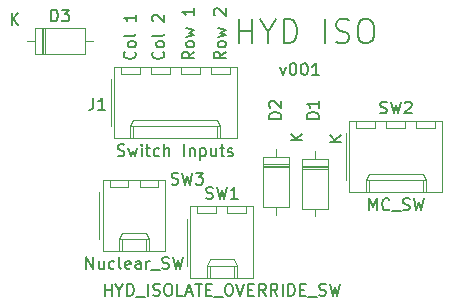
<source format=gbr>
G04 #@! TF.GenerationSoftware,KiCad,Pcbnew,(5.1.5-0-10_14)*
G04 #@! TF.CreationDate,2021-03-15T05:52:54+10:00*
G04 #@! TF.ProjectId,OH - Left Console - 12 - Mission Computer and Hydraulic Isolate Panel,4f48202d-204c-4656-9674-20436f6e736f,rev?*
G04 #@! TF.SameCoordinates,Original*
G04 #@! TF.FileFunction,Legend,Top*
G04 #@! TF.FilePolarity,Positive*
%FSLAX46Y46*%
G04 Gerber Fmt 4.6, Leading zero omitted, Abs format (unit mm)*
G04 Created by KiCad (PCBNEW (5.1.5-0-10_14)) date 2021-03-15 05:52:54*
%MOMM*%
%LPD*%
G04 APERTURE LIST*
%ADD10C,0.150000*%
%ADD11C,0.120000*%
G04 APERTURE END LIST*
D10*
X149209333Y-87415714D02*
X149447428Y-88082380D01*
X149685523Y-87415714D01*
X150256952Y-87082380D02*
X150352190Y-87082380D01*
X150447428Y-87130000D01*
X150495047Y-87177619D01*
X150542666Y-87272857D01*
X150590285Y-87463333D01*
X150590285Y-87701428D01*
X150542666Y-87891904D01*
X150495047Y-87987142D01*
X150447428Y-88034761D01*
X150352190Y-88082380D01*
X150256952Y-88082380D01*
X150161714Y-88034761D01*
X150114095Y-87987142D01*
X150066476Y-87891904D01*
X150018857Y-87701428D01*
X150018857Y-87463333D01*
X150066476Y-87272857D01*
X150114095Y-87177619D01*
X150161714Y-87130000D01*
X150256952Y-87082380D01*
X151209333Y-87082380D02*
X151304571Y-87082380D01*
X151399809Y-87130000D01*
X151447428Y-87177619D01*
X151495047Y-87272857D01*
X151542666Y-87463333D01*
X151542666Y-87701428D01*
X151495047Y-87891904D01*
X151447428Y-87987142D01*
X151399809Y-88034761D01*
X151304571Y-88082380D01*
X151209333Y-88082380D01*
X151114095Y-88034761D01*
X151066476Y-87987142D01*
X151018857Y-87891904D01*
X150971238Y-87701428D01*
X150971238Y-87463333D01*
X151018857Y-87272857D01*
X151066476Y-87177619D01*
X151114095Y-87130000D01*
X151209333Y-87082380D01*
X152495047Y-88082380D02*
X151923619Y-88082380D01*
X152209333Y-88082380D02*
X152209333Y-87082380D01*
X152114095Y-87225238D01*
X152018857Y-87320476D01*
X151923619Y-87368095D01*
X145717333Y-85359761D02*
X145717333Y-83359761D01*
X145717333Y-84312142D02*
X146860190Y-84312142D01*
X146860190Y-85359761D02*
X146860190Y-83359761D01*
X148193523Y-84407380D02*
X148193523Y-85359761D01*
X147526857Y-83359761D02*
X148193523Y-84407380D01*
X148860190Y-83359761D01*
X149526857Y-85359761D02*
X149526857Y-83359761D01*
X150003047Y-83359761D01*
X150288761Y-83455000D01*
X150479238Y-83645476D01*
X150574476Y-83835952D01*
X150669714Y-84216904D01*
X150669714Y-84502619D01*
X150574476Y-84883571D01*
X150479238Y-85074047D01*
X150288761Y-85264523D01*
X150003047Y-85359761D01*
X149526857Y-85359761D01*
X153050666Y-85359761D02*
X153050666Y-83359761D01*
X153907809Y-85264523D02*
X154193523Y-85359761D01*
X154669714Y-85359761D01*
X154860190Y-85264523D01*
X154955428Y-85169285D01*
X155050666Y-84978809D01*
X155050666Y-84788333D01*
X154955428Y-84597857D01*
X154860190Y-84502619D01*
X154669714Y-84407380D01*
X154288761Y-84312142D01*
X154098285Y-84216904D01*
X154003047Y-84121666D01*
X153907809Y-83931190D01*
X153907809Y-83740714D01*
X154003047Y-83550238D01*
X154098285Y-83455000D01*
X154288761Y-83359761D01*
X154764952Y-83359761D01*
X155050666Y-83455000D01*
X156288761Y-83359761D02*
X156669714Y-83359761D01*
X156860190Y-83455000D01*
X157050666Y-83645476D01*
X157145904Y-84026428D01*
X157145904Y-84693095D01*
X157050666Y-85074047D01*
X156860190Y-85264523D01*
X156669714Y-85359761D01*
X156288761Y-85359761D01*
X156098285Y-85264523D01*
X155907809Y-85074047D01*
X155812571Y-84693095D01*
X155812571Y-84026428D01*
X155907809Y-83645476D01*
X156098285Y-83455000D01*
X156288761Y-83359761D01*
X144597380Y-86105809D02*
X144121190Y-86439142D01*
X144597380Y-86677238D02*
X143597380Y-86677238D01*
X143597380Y-86296285D01*
X143645000Y-86201047D01*
X143692619Y-86153428D01*
X143787857Y-86105809D01*
X143930714Y-86105809D01*
X144025952Y-86153428D01*
X144073571Y-86201047D01*
X144121190Y-86296285D01*
X144121190Y-86677238D01*
X144597380Y-85534380D02*
X144549761Y-85629619D01*
X144502142Y-85677238D01*
X144406904Y-85724857D01*
X144121190Y-85724857D01*
X144025952Y-85677238D01*
X143978333Y-85629619D01*
X143930714Y-85534380D01*
X143930714Y-85391523D01*
X143978333Y-85296285D01*
X144025952Y-85248666D01*
X144121190Y-85201047D01*
X144406904Y-85201047D01*
X144502142Y-85248666D01*
X144549761Y-85296285D01*
X144597380Y-85391523D01*
X144597380Y-85534380D01*
X143930714Y-84867714D02*
X144597380Y-84677238D01*
X144121190Y-84486761D01*
X144597380Y-84296285D01*
X143930714Y-84105809D01*
X143692619Y-83010571D02*
X143645000Y-82962952D01*
X143597380Y-82867714D01*
X143597380Y-82629619D01*
X143645000Y-82534380D01*
X143692619Y-82486761D01*
X143787857Y-82439142D01*
X143883095Y-82439142D01*
X144025952Y-82486761D01*
X144597380Y-83058190D01*
X144597380Y-82439142D01*
X141930380Y-86105809D02*
X141454190Y-86439142D01*
X141930380Y-86677238D02*
X140930380Y-86677238D01*
X140930380Y-86296285D01*
X140978000Y-86201047D01*
X141025619Y-86153428D01*
X141120857Y-86105809D01*
X141263714Y-86105809D01*
X141358952Y-86153428D01*
X141406571Y-86201047D01*
X141454190Y-86296285D01*
X141454190Y-86677238D01*
X141930380Y-85534380D02*
X141882761Y-85629619D01*
X141835142Y-85677238D01*
X141739904Y-85724857D01*
X141454190Y-85724857D01*
X141358952Y-85677238D01*
X141311333Y-85629619D01*
X141263714Y-85534380D01*
X141263714Y-85391523D01*
X141311333Y-85296285D01*
X141358952Y-85248666D01*
X141454190Y-85201047D01*
X141739904Y-85201047D01*
X141835142Y-85248666D01*
X141882761Y-85296285D01*
X141930380Y-85391523D01*
X141930380Y-85534380D01*
X141263714Y-84867714D02*
X141930380Y-84677238D01*
X141454190Y-84486761D01*
X141930380Y-84296285D01*
X141263714Y-84105809D01*
X141930380Y-82439142D02*
X141930380Y-83010571D01*
X141930380Y-82724857D02*
X140930380Y-82724857D01*
X141073238Y-82820095D01*
X141168476Y-82915333D01*
X141216095Y-83010571D01*
X139295142Y-86105809D02*
X139342761Y-86153428D01*
X139390380Y-86296285D01*
X139390380Y-86391524D01*
X139342761Y-86534381D01*
X139247523Y-86629619D01*
X139152285Y-86677238D01*
X138961809Y-86724857D01*
X138818952Y-86724857D01*
X138628476Y-86677238D01*
X138533238Y-86629619D01*
X138438000Y-86534381D01*
X138390380Y-86391524D01*
X138390380Y-86296285D01*
X138438000Y-86153428D01*
X138485619Y-86105809D01*
X139390380Y-85534381D02*
X139342761Y-85629619D01*
X139295142Y-85677238D01*
X139199904Y-85724857D01*
X138914190Y-85724857D01*
X138818952Y-85677238D01*
X138771333Y-85629619D01*
X138723714Y-85534381D01*
X138723714Y-85391524D01*
X138771333Y-85296285D01*
X138818952Y-85248666D01*
X138914190Y-85201047D01*
X139199904Y-85201047D01*
X139295142Y-85248666D01*
X139342761Y-85296285D01*
X139390380Y-85391524D01*
X139390380Y-85534381D01*
X139390380Y-84629619D02*
X139342761Y-84724857D01*
X139247523Y-84772476D01*
X138390380Y-84772476D01*
X138485619Y-83534381D02*
X138438000Y-83486762D01*
X138390380Y-83391524D01*
X138390380Y-83153428D01*
X138438000Y-83058190D01*
X138485619Y-83010571D01*
X138580857Y-82962952D01*
X138676095Y-82962952D01*
X138818952Y-83010571D01*
X139390380Y-83582000D01*
X139390380Y-82962952D01*
X136882142Y-86105809D02*
X136929761Y-86153428D01*
X136977380Y-86296285D01*
X136977380Y-86391524D01*
X136929761Y-86534381D01*
X136834523Y-86629619D01*
X136739285Y-86677238D01*
X136548809Y-86724857D01*
X136405952Y-86724857D01*
X136215476Y-86677238D01*
X136120238Y-86629619D01*
X136025000Y-86534381D01*
X135977380Y-86391524D01*
X135977380Y-86296285D01*
X136025000Y-86153428D01*
X136072619Y-86105809D01*
X136977380Y-85534381D02*
X136929761Y-85629619D01*
X136882142Y-85677238D01*
X136786904Y-85724857D01*
X136501190Y-85724857D01*
X136405952Y-85677238D01*
X136358333Y-85629619D01*
X136310714Y-85534381D01*
X136310714Y-85391524D01*
X136358333Y-85296285D01*
X136405952Y-85248666D01*
X136501190Y-85201047D01*
X136786904Y-85201047D01*
X136882142Y-85248666D01*
X136929761Y-85296285D01*
X136977380Y-85391524D01*
X136977380Y-85534381D01*
X136977380Y-84629619D02*
X136929761Y-84724857D01*
X136834523Y-84772476D01*
X135977380Y-84772476D01*
X136977380Y-82962952D02*
X136977380Y-83534381D01*
X136977380Y-83248666D02*
X135977380Y-83248666D01*
X136120238Y-83343905D01*
X136215476Y-83439143D01*
X136263095Y-83534381D01*
D11*
X138909000Y-97530000D02*
X138909000Y-96930000D01*
X137309000Y-97530000D02*
X138909000Y-97530000D01*
X137309000Y-96930000D02*
X137309000Y-97530000D01*
X136369000Y-97530000D02*
X136369000Y-96930000D01*
X134769000Y-97530000D02*
X136369000Y-97530000D01*
X134769000Y-96930000D02*
X134769000Y-97530000D01*
X137859000Y-102950000D02*
X137859000Y-101950000D01*
X135819000Y-102950000D02*
X135819000Y-101950000D01*
X137859000Y-101420000D02*
X138109000Y-101950000D01*
X135819000Y-101420000D02*
X137859000Y-101420000D01*
X135569000Y-101950000D02*
X135819000Y-101420000D01*
X138109000Y-101950000D02*
X138109000Y-102950000D01*
X135569000Y-101950000D02*
X138109000Y-101950000D01*
X135569000Y-102950000D02*
X135569000Y-101950000D01*
X133899000Y-97960000D02*
X133899000Y-101960000D01*
X139489000Y-96930000D02*
X134189000Y-96930000D01*
X139489000Y-102950000D02*
X139489000Y-96930000D01*
X134189000Y-102950000D02*
X139489000Y-102950000D01*
X134189000Y-96930000D02*
X134189000Y-102950000D01*
X129036000Y-84097000D02*
X129036000Y-86337000D01*
X129276000Y-84097000D02*
X129276000Y-86337000D01*
X129156000Y-84097000D02*
X129156000Y-86337000D01*
X133326000Y-85217000D02*
X132676000Y-85217000D01*
X127786000Y-85217000D02*
X128436000Y-85217000D01*
X132676000Y-84097000D02*
X128436000Y-84097000D01*
X132676000Y-86337000D02*
X132676000Y-84097000D01*
X128436000Y-86337000D02*
X132676000Y-86337000D01*
X128436000Y-84097000D02*
X128436000Y-86337000D01*
X162344000Y-92566000D02*
X162344000Y-91966000D01*
X160744000Y-92566000D02*
X162344000Y-92566000D01*
X160744000Y-91966000D02*
X160744000Y-92566000D01*
X159804000Y-92566000D02*
X159804000Y-91966000D01*
X158204000Y-92566000D02*
X159804000Y-92566000D01*
X158204000Y-91966000D02*
X158204000Y-92566000D01*
X157264000Y-92566000D02*
X157264000Y-91966000D01*
X155664000Y-92566000D02*
X157264000Y-92566000D01*
X155664000Y-91966000D02*
X155664000Y-92566000D01*
X161294000Y-97986000D02*
X161294000Y-96986000D01*
X156714000Y-97986000D02*
X156714000Y-96986000D01*
X161294000Y-96456000D02*
X161544000Y-96986000D01*
X156714000Y-96456000D02*
X161294000Y-96456000D01*
X156464000Y-96986000D02*
X156714000Y-96456000D01*
X161544000Y-96986000D02*
X161544000Y-97986000D01*
X156464000Y-96986000D02*
X161544000Y-96986000D01*
X156464000Y-97986000D02*
X156464000Y-96986000D01*
X154794000Y-92996000D02*
X154794000Y-96996000D01*
X162924000Y-91966000D02*
X155084000Y-91966000D01*
X162924000Y-97986000D02*
X162924000Y-91966000D01*
X155084000Y-97986000D02*
X162924000Y-97986000D01*
X155084000Y-91966000D02*
X155084000Y-97986000D01*
X146342000Y-99805000D02*
X146342000Y-99205000D01*
X144742000Y-99805000D02*
X146342000Y-99805000D01*
X144742000Y-99205000D02*
X144742000Y-99805000D01*
X143802000Y-99805000D02*
X143802000Y-99205000D01*
X142202000Y-99805000D02*
X143802000Y-99805000D01*
X142202000Y-99205000D02*
X142202000Y-99805000D01*
X145292000Y-105225000D02*
X145292000Y-104225000D01*
X143252000Y-105225000D02*
X143252000Y-104225000D01*
X145292000Y-103695000D02*
X145542000Y-104225000D01*
X143252000Y-103695000D02*
X145292000Y-103695000D01*
X143002000Y-104225000D02*
X143252000Y-103695000D01*
X145542000Y-104225000D02*
X145542000Y-105225000D01*
X143002000Y-104225000D02*
X145542000Y-104225000D01*
X143002000Y-105225000D02*
X143002000Y-104225000D01*
X141332000Y-100235000D02*
X141332000Y-104235000D01*
X146922000Y-99205000D02*
X141622000Y-99205000D01*
X146922000Y-105225000D02*
X146922000Y-99205000D01*
X141622000Y-105225000D02*
X146922000Y-105225000D01*
X141622000Y-99205000D02*
X141622000Y-105225000D01*
X144945000Y-87994000D02*
X144945000Y-87394000D01*
X143345000Y-87994000D02*
X144945000Y-87994000D01*
X143345000Y-87394000D02*
X143345000Y-87994000D01*
X142405000Y-87994000D02*
X142405000Y-87394000D01*
X140805000Y-87994000D02*
X142405000Y-87994000D01*
X140805000Y-87394000D02*
X140805000Y-87994000D01*
X139865000Y-87994000D02*
X139865000Y-87394000D01*
X138265000Y-87994000D02*
X139865000Y-87994000D01*
X138265000Y-87394000D02*
X138265000Y-87994000D01*
X137325000Y-87994000D02*
X137325000Y-87394000D01*
X135725000Y-87994000D02*
X137325000Y-87994000D01*
X135725000Y-87394000D02*
X135725000Y-87994000D01*
X143895000Y-93414000D02*
X143895000Y-92414000D01*
X136775000Y-93414000D02*
X136775000Y-92414000D01*
X143895000Y-91884000D02*
X144145000Y-92414000D01*
X136775000Y-91884000D02*
X143895000Y-91884000D01*
X136525000Y-92414000D02*
X136775000Y-91884000D01*
X144145000Y-92414000D02*
X144145000Y-93414000D01*
X136525000Y-92414000D02*
X144145000Y-92414000D01*
X136525000Y-93414000D02*
X136525000Y-92414000D01*
X134855000Y-88424000D02*
X134855000Y-92424000D01*
X145525000Y-87394000D02*
X135145000Y-87394000D01*
X145525000Y-93414000D02*
X145525000Y-87394000D01*
X135145000Y-93414000D02*
X145525000Y-93414000D01*
X135145000Y-87394000D02*
X135145000Y-93414000D01*
X149964000Y-95635000D02*
X147724000Y-95635000D01*
X149964000Y-95875000D02*
X147724000Y-95875000D01*
X149964000Y-95755000D02*
X147724000Y-95755000D01*
X148844000Y-99925000D02*
X148844000Y-99275000D01*
X148844000Y-94385000D02*
X148844000Y-95035000D01*
X149964000Y-99275000D02*
X149964000Y-95035000D01*
X147724000Y-99275000D02*
X149964000Y-99275000D01*
X147724000Y-95035000D02*
X147724000Y-99275000D01*
X149964000Y-95035000D02*
X147724000Y-95035000D01*
X153266000Y-95762000D02*
X151026000Y-95762000D01*
X153266000Y-96002000D02*
X151026000Y-96002000D01*
X153266000Y-95882000D02*
X151026000Y-95882000D01*
X152146000Y-100052000D02*
X152146000Y-99402000D01*
X152146000Y-94512000D02*
X152146000Y-95162000D01*
X153266000Y-99402000D02*
X153266000Y-95162000D01*
X151026000Y-99402000D02*
X153266000Y-99402000D01*
X151026000Y-95162000D02*
X151026000Y-99402000D01*
X153266000Y-95162000D02*
X151026000Y-95162000D01*
D10*
X140017666Y-97305761D02*
X140160523Y-97353380D01*
X140398619Y-97353380D01*
X140493857Y-97305761D01*
X140541476Y-97258142D01*
X140589095Y-97162904D01*
X140589095Y-97067666D01*
X140541476Y-96972428D01*
X140493857Y-96924809D01*
X140398619Y-96877190D01*
X140208142Y-96829571D01*
X140112904Y-96781952D01*
X140065285Y-96734333D01*
X140017666Y-96639095D01*
X140017666Y-96543857D01*
X140065285Y-96448619D01*
X140112904Y-96401000D01*
X140208142Y-96353380D01*
X140446238Y-96353380D01*
X140589095Y-96401000D01*
X140922428Y-96353380D02*
X141160523Y-97353380D01*
X141351000Y-96639095D01*
X141541476Y-97353380D01*
X141779571Y-96353380D01*
X142065285Y-96353380D02*
X142684333Y-96353380D01*
X142351000Y-96734333D01*
X142493857Y-96734333D01*
X142589095Y-96781952D01*
X142636714Y-96829571D01*
X142684333Y-96924809D01*
X142684333Y-97162904D01*
X142636714Y-97258142D01*
X142589095Y-97305761D01*
X142493857Y-97353380D01*
X142208142Y-97353380D01*
X142112904Y-97305761D01*
X142065285Y-97258142D01*
X132791380Y-104492380D02*
X132791380Y-103492380D01*
X133362809Y-104492380D01*
X133362809Y-103492380D01*
X134267571Y-103825714D02*
X134267571Y-104492380D01*
X133839000Y-103825714D02*
X133839000Y-104349523D01*
X133886619Y-104444761D01*
X133981857Y-104492380D01*
X134124714Y-104492380D01*
X134219952Y-104444761D01*
X134267571Y-104397142D01*
X135172333Y-104444761D02*
X135077095Y-104492380D01*
X134886619Y-104492380D01*
X134791380Y-104444761D01*
X134743761Y-104397142D01*
X134696142Y-104301904D01*
X134696142Y-104016190D01*
X134743761Y-103920952D01*
X134791380Y-103873333D01*
X134886619Y-103825714D01*
X135077095Y-103825714D01*
X135172333Y-103873333D01*
X135743761Y-104492380D02*
X135648523Y-104444761D01*
X135600904Y-104349523D01*
X135600904Y-103492380D01*
X136505666Y-104444761D02*
X136410428Y-104492380D01*
X136219952Y-104492380D01*
X136124714Y-104444761D01*
X136077095Y-104349523D01*
X136077095Y-103968571D01*
X136124714Y-103873333D01*
X136219952Y-103825714D01*
X136410428Y-103825714D01*
X136505666Y-103873333D01*
X136553285Y-103968571D01*
X136553285Y-104063809D01*
X136077095Y-104159047D01*
X137410428Y-104492380D02*
X137410428Y-103968571D01*
X137362809Y-103873333D01*
X137267571Y-103825714D01*
X137077095Y-103825714D01*
X136981857Y-103873333D01*
X137410428Y-104444761D02*
X137315190Y-104492380D01*
X137077095Y-104492380D01*
X136981857Y-104444761D01*
X136934238Y-104349523D01*
X136934238Y-104254285D01*
X136981857Y-104159047D01*
X137077095Y-104111428D01*
X137315190Y-104111428D01*
X137410428Y-104063809D01*
X137886619Y-104492380D02*
X137886619Y-103825714D01*
X137886619Y-104016190D02*
X137934238Y-103920952D01*
X137981857Y-103873333D01*
X138077095Y-103825714D01*
X138172333Y-103825714D01*
X138267571Y-104587619D02*
X139029476Y-104587619D01*
X139219952Y-104444761D02*
X139362809Y-104492380D01*
X139600904Y-104492380D01*
X139696142Y-104444761D01*
X139743761Y-104397142D01*
X139791380Y-104301904D01*
X139791380Y-104206666D01*
X139743761Y-104111428D01*
X139696142Y-104063809D01*
X139600904Y-104016190D01*
X139410428Y-103968571D01*
X139315190Y-103920952D01*
X139267571Y-103873333D01*
X139219952Y-103778095D01*
X139219952Y-103682857D01*
X139267571Y-103587619D01*
X139315190Y-103540000D01*
X139410428Y-103492380D01*
X139648523Y-103492380D01*
X139791380Y-103540000D01*
X140124714Y-103492380D02*
X140362809Y-104492380D01*
X140553285Y-103778095D01*
X140743761Y-104492380D01*
X140981857Y-103492380D01*
X129817904Y-83549380D02*
X129817904Y-82549380D01*
X130056000Y-82549380D01*
X130198857Y-82597000D01*
X130294095Y-82692238D01*
X130341714Y-82787476D01*
X130389333Y-82977952D01*
X130389333Y-83120809D01*
X130341714Y-83311285D01*
X130294095Y-83406523D01*
X130198857Y-83501761D01*
X130056000Y-83549380D01*
X129817904Y-83549380D01*
X130722666Y-82549380D02*
X131341714Y-82549380D01*
X131008380Y-82930333D01*
X131151238Y-82930333D01*
X131246476Y-82977952D01*
X131294095Y-83025571D01*
X131341714Y-83120809D01*
X131341714Y-83358904D01*
X131294095Y-83454142D01*
X131246476Y-83501761D01*
X131151238Y-83549380D01*
X130865523Y-83549380D01*
X130770285Y-83501761D01*
X130722666Y-83454142D01*
X126484095Y-83869380D02*
X126484095Y-82869380D01*
X127055523Y-83869380D02*
X126626952Y-83297952D01*
X127055523Y-82869380D02*
X126484095Y-83440809D01*
X157670666Y-91280761D02*
X157813523Y-91328380D01*
X158051619Y-91328380D01*
X158146857Y-91280761D01*
X158194476Y-91233142D01*
X158242095Y-91137904D01*
X158242095Y-91042666D01*
X158194476Y-90947428D01*
X158146857Y-90899809D01*
X158051619Y-90852190D01*
X157861142Y-90804571D01*
X157765904Y-90756952D01*
X157718285Y-90709333D01*
X157670666Y-90614095D01*
X157670666Y-90518857D01*
X157718285Y-90423619D01*
X157765904Y-90376000D01*
X157861142Y-90328380D01*
X158099238Y-90328380D01*
X158242095Y-90376000D01*
X158575428Y-90328380D02*
X158813523Y-91328380D01*
X159004000Y-90614095D01*
X159194476Y-91328380D01*
X159432571Y-90328380D01*
X159765904Y-90423619D02*
X159813523Y-90376000D01*
X159908761Y-90328380D01*
X160146857Y-90328380D01*
X160242095Y-90376000D01*
X160289714Y-90423619D01*
X160337333Y-90518857D01*
X160337333Y-90614095D01*
X160289714Y-90756952D01*
X159718285Y-91328380D01*
X160337333Y-91328380D01*
X156742095Y-99528380D02*
X156742095Y-98528380D01*
X157075428Y-99242666D01*
X157408761Y-98528380D01*
X157408761Y-99528380D01*
X158456380Y-99433142D02*
X158408761Y-99480761D01*
X158265904Y-99528380D01*
X158170666Y-99528380D01*
X158027809Y-99480761D01*
X157932571Y-99385523D01*
X157884952Y-99290285D01*
X157837333Y-99099809D01*
X157837333Y-98956952D01*
X157884952Y-98766476D01*
X157932571Y-98671238D01*
X158027809Y-98576000D01*
X158170666Y-98528380D01*
X158265904Y-98528380D01*
X158408761Y-98576000D01*
X158456380Y-98623619D01*
X158646857Y-99623619D02*
X159408761Y-99623619D01*
X159599238Y-99480761D02*
X159742095Y-99528380D01*
X159980190Y-99528380D01*
X160075428Y-99480761D01*
X160123047Y-99433142D01*
X160170666Y-99337904D01*
X160170666Y-99242666D01*
X160123047Y-99147428D01*
X160075428Y-99099809D01*
X159980190Y-99052190D01*
X159789714Y-99004571D01*
X159694476Y-98956952D01*
X159646857Y-98909333D01*
X159599238Y-98814095D01*
X159599238Y-98718857D01*
X159646857Y-98623619D01*
X159694476Y-98576000D01*
X159789714Y-98528380D01*
X160027809Y-98528380D01*
X160170666Y-98576000D01*
X160504000Y-98528380D02*
X160742095Y-99528380D01*
X160932571Y-98814095D01*
X161123047Y-99528380D01*
X161361142Y-98528380D01*
X142938666Y-98519761D02*
X143081523Y-98567380D01*
X143319619Y-98567380D01*
X143414857Y-98519761D01*
X143462476Y-98472142D01*
X143510095Y-98376904D01*
X143510095Y-98281666D01*
X143462476Y-98186428D01*
X143414857Y-98138809D01*
X143319619Y-98091190D01*
X143129142Y-98043571D01*
X143033904Y-97995952D01*
X142986285Y-97948333D01*
X142938666Y-97853095D01*
X142938666Y-97757857D01*
X142986285Y-97662619D01*
X143033904Y-97615000D01*
X143129142Y-97567380D01*
X143367238Y-97567380D01*
X143510095Y-97615000D01*
X143843428Y-97567380D02*
X144081523Y-98567380D01*
X144272000Y-97853095D01*
X144462476Y-98567380D01*
X144700571Y-97567380D01*
X145605333Y-98567380D02*
X145033904Y-98567380D01*
X145319619Y-98567380D02*
X145319619Y-97567380D01*
X145224380Y-97710238D01*
X145129142Y-97805476D01*
X145033904Y-97853095D01*
X134367238Y-106767380D02*
X134367238Y-105767380D01*
X134367238Y-106243571D02*
X134938666Y-106243571D01*
X134938666Y-106767380D02*
X134938666Y-105767380D01*
X135605333Y-106291190D02*
X135605333Y-106767380D01*
X135272000Y-105767380D02*
X135605333Y-106291190D01*
X135938666Y-105767380D01*
X136272000Y-106767380D02*
X136272000Y-105767380D01*
X136510095Y-105767380D01*
X136652952Y-105815000D01*
X136748190Y-105910238D01*
X136795809Y-106005476D01*
X136843428Y-106195952D01*
X136843428Y-106338809D01*
X136795809Y-106529285D01*
X136748190Y-106624523D01*
X136652952Y-106719761D01*
X136510095Y-106767380D01*
X136272000Y-106767380D01*
X137033904Y-106862619D02*
X137795809Y-106862619D01*
X138033904Y-106767380D02*
X138033904Y-105767380D01*
X138462476Y-106719761D02*
X138605333Y-106767380D01*
X138843428Y-106767380D01*
X138938666Y-106719761D01*
X138986285Y-106672142D01*
X139033904Y-106576904D01*
X139033904Y-106481666D01*
X138986285Y-106386428D01*
X138938666Y-106338809D01*
X138843428Y-106291190D01*
X138652952Y-106243571D01*
X138557714Y-106195952D01*
X138510095Y-106148333D01*
X138462476Y-106053095D01*
X138462476Y-105957857D01*
X138510095Y-105862619D01*
X138557714Y-105815000D01*
X138652952Y-105767380D01*
X138891047Y-105767380D01*
X139033904Y-105815000D01*
X139652952Y-105767380D02*
X139843428Y-105767380D01*
X139938666Y-105815000D01*
X140033904Y-105910238D01*
X140081523Y-106100714D01*
X140081523Y-106434047D01*
X140033904Y-106624523D01*
X139938666Y-106719761D01*
X139843428Y-106767380D01*
X139652952Y-106767380D01*
X139557714Y-106719761D01*
X139462476Y-106624523D01*
X139414857Y-106434047D01*
X139414857Y-106100714D01*
X139462476Y-105910238D01*
X139557714Y-105815000D01*
X139652952Y-105767380D01*
X140986285Y-106767380D02*
X140510095Y-106767380D01*
X140510095Y-105767380D01*
X141272000Y-106481666D02*
X141748190Y-106481666D01*
X141176761Y-106767380D02*
X141510095Y-105767380D01*
X141843428Y-106767380D01*
X142033904Y-105767380D02*
X142605333Y-105767380D01*
X142319619Y-106767380D02*
X142319619Y-105767380D01*
X142938666Y-106243571D02*
X143272000Y-106243571D01*
X143414857Y-106767380D02*
X142938666Y-106767380D01*
X142938666Y-105767380D01*
X143414857Y-105767380D01*
X143605333Y-106862619D02*
X144367238Y-106862619D01*
X144795809Y-105767380D02*
X144986285Y-105767380D01*
X145081523Y-105815000D01*
X145176761Y-105910238D01*
X145224380Y-106100714D01*
X145224380Y-106434047D01*
X145176761Y-106624523D01*
X145081523Y-106719761D01*
X144986285Y-106767380D01*
X144795809Y-106767380D01*
X144700571Y-106719761D01*
X144605333Y-106624523D01*
X144557714Y-106434047D01*
X144557714Y-106100714D01*
X144605333Y-105910238D01*
X144700571Y-105815000D01*
X144795809Y-105767380D01*
X145510095Y-105767380D02*
X145843428Y-106767380D01*
X146176761Y-105767380D01*
X146510095Y-106243571D02*
X146843428Y-106243571D01*
X146986285Y-106767380D02*
X146510095Y-106767380D01*
X146510095Y-105767380D01*
X146986285Y-105767380D01*
X147986285Y-106767380D02*
X147652952Y-106291190D01*
X147414857Y-106767380D02*
X147414857Y-105767380D01*
X147795809Y-105767380D01*
X147891047Y-105815000D01*
X147938666Y-105862619D01*
X147986285Y-105957857D01*
X147986285Y-106100714D01*
X147938666Y-106195952D01*
X147891047Y-106243571D01*
X147795809Y-106291190D01*
X147414857Y-106291190D01*
X148986285Y-106767380D02*
X148652952Y-106291190D01*
X148414857Y-106767380D02*
X148414857Y-105767380D01*
X148795809Y-105767380D01*
X148891047Y-105815000D01*
X148938666Y-105862619D01*
X148986285Y-105957857D01*
X148986285Y-106100714D01*
X148938666Y-106195952D01*
X148891047Y-106243571D01*
X148795809Y-106291190D01*
X148414857Y-106291190D01*
X149414857Y-106767380D02*
X149414857Y-105767380D01*
X149891047Y-106767380D02*
X149891047Y-105767380D01*
X150129142Y-105767380D01*
X150272000Y-105815000D01*
X150367238Y-105910238D01*
X150414857Y-106005476D01*
X150462476Y-106195952D01*
X150462476Y-106338809D01*
X150414857Y-106529285D01*
X150367238Y-106624523D01*
X150272000Y-106719761D01*
X150129142Y-106767380D01*
X149891047Y-106767380D01*
X150891047Y-106243571D02*
X151224380Y-106243571D01*
X151367238Y-106767380D02*
X150891047Y-106767380D01*
X150891047Y-105767380D01*
X151367238Y-105767380D01*
X151557714Y-106862619D02*
X152319619Y-106862619D01*
X152510095Y-106719761D02*
X152652952Y-106767380D01*
X152891047Y-106767380D01*
X152986285Y-106719761D01*
X153033904Y-106672142D01*
X153081523Y-106576904D01*
X153081523Y-106481666D01*
X153033904Y-106386428D01*
X152986285Y-106338809D01*
X152891047Y-106291190D01*
X152700571Y-106243571D01*
X152605333Y-106195952D01*
X152557714Y-106148333D01*
X152510095Y-106053095D01*
X152510095Y-105957857D01*
X152557714Y-105862619D01*
X152605333Y-105815000D01*
X152700571Y-105767380D01*
X152938666Y-105767380D01*
X153081523Y-105815000D01*
X153414857Y-105767380D02*
X153652952Y-106767380D01*
X153843428Y-106053095D01*
X154033904Y-106767380D01*
X154272000Y-105767380D01*
X133397666Y-90003380D02*
X133397666Y-90717666D01*
X133350047Y-90860523D01*
X133254809Y-90955761D01*
X133111952Y-91003380D01*
X133016714Y-91003380D01*
X134397666Y-91003380D02*
X133826238Y-91003380D01*
X134111952Y-91003380D02*
X134111952Y-90003380D01*
X134016714Y-90146238D01*
X133921476Y-90241476D01*
X133826238Y-90289095D01*
X135454047Y-94908761D02*
X135596904Y-94956380D01*
X135835000Y-94956380D01*
X135930238Y-94908761D01*
X135977857Y-94861142D01*
X136025476Y-94765904D01*
X136025476Y-94670666D01*
X135977857Y-94575428D01*
X135930238Y-94527809D01*
X135835000Y-94480190D01*
X135644523Y-94432571D01*
X135549285Y-94384952D01*
X135501666Y-94337333D01*
X135454047Y-94242095D01*
X135454047Y-94146857D01*
X135501666Y-94051619D01*
X135549285Y-94004000D01*
X135644523Y-93956380D01*
X135882619Y-93956380D01*
X136025476Y-94004000D01*
X136358809Y-94289714D02*
X136549285Y-94956380D01*
X136739761Y-94480190D01*
X136930238Y-94956380D01*
X137120714Y-94289714D01*
X137501666Y-94956380D02*
X137501666Y-94289714D01*
X137501666Y-93956380D02*
X137454047Y-94004000D01*
X137501666Y-94051619D01*
X137549285Y-94004000D01*
X137501666Y-93956380D01*
X137501666Y-94051619D01*
X137835000Y-94289714D02*
X138215952Y-94289714D01*
X137977857Y-93956380D02*
X137977857Y-94813523D01*
X138025476Y-94908761D01*
X138120714Y-94956380D01*
X138215952Y-94956380D01*
X138977857Y-94908761D02*
X138882619Y-94956380D01*
X138692142Y-94956380D01*
X138596904Y-94908761D01*
X138549285Y-94861142D01*
X138501666Y-94765904D01*
X138501666Y-94480190D01*
X138549285Y-94384952D01*
X138596904Y-94337333D01*
X138692142Y-94289714D01*
X138882619Y-94289714D01*
X138977857Y-94337333D01*
X139406428Y-94956380D02*
X139406428Y-93956380D01*
X139835000Y-94956380D02*
X139835000Y-94432571D01*
X139787380Y-94337333D01*
X139692142Y-94289714D01*
X139549285Y-94289714D01*
X139454047Y-94337333D01*
X139406428Y-94384952D01*
X141073095Y-94956380D02*
X141073095Y-93956380D01*
X141549285Y-94289714D02*
X141549285Y-94956380D01*
X141549285Y-94384952D02*
X141596904Y-94337333D01*
X141692142Y-94289714D01*
X141835000Y-94289714D01*
X141930238Y-94337333D01*
X141977857Y-94432571D01*
X141977857Y-94956380D01*
X142454047Y-94289714D02*
X142454047Y-95289714D01*
X142454047Y-94337333D02*
X142549285Y-94289714D01*
X142739761Y-94289714D01*
X142835000Y-94337333D01*
X142882619Y-94384952D01*
X142930238Y-94480190D01*
X142930238Y-94765904D01*
X142882619Y-94861142D01*
X142835000Y-94908761D01*
X142739761Y-94956380D01*
X142549285Y-94956380D01*
X142454047Y-94908761D01*
X143787380Y-94289714D02*
X143787380Y-94956380D01*
X143358809Y-94289714D02*
X143358809Y-94813523D01*
X143406428Y-94908761D01*
X143501666Y-94956380D01*
X143644523Y-94956380D01*
X143739761Y-94908761D01*
X143787380Y-94861142D01*
X144120714Y-94289714D02*
X144501666Y-94289714D01*
X144263571Y-93956380D02*
X144263571Y-94813523D01*
X144311190Y-94908761D01*
X144406428Y-94956380D01*
X144501666Y-94956380D01*
X144787380Y-94908761D02*
X144882619Y-94956380D01*
X145073095Y-94956380D01*
X145168333Y-94908761D01*
X145215952Y-94813523D01*
X145215952Y-94765904D01*
X145168333Y-94670666D01*
X145073095Y-94623047D01*
X144930238Y-94623047D01*
X144835000Y-94575428D01*
X144787380Y-94480190D01*
X144787380Y-94432571D01*
X144835000Y-94337333D01*
X144930238Y-94289714D01*
X145073095Y-94289714D01*
X145168333Y-94337333D01*
X149296380Y-91797095D02*
X148296380Y-91797095D01*
X148296380Y-91559000D01*
X148344000Y-91416142D01*
X148439238Y-91320904D01*
X148534476Y-91273285D01*
X148724952Y-91225666D01*
X148867809Y-91225666D01*
X149058285Y-91273285D01*
X149153523Y-91320904D01*
X149248761Y-91416142D01*
X149296380Y-91559000D01*
X149296380Y-91797095D01*
X148391619Y-90844714D02*
X148344000Y-90797095D01*
X148296380Y-90701857D01*
X148296380Y-90463761D01*
X148344000Y-90368523D01*
X148391619Y-90320904D01*
X148486857Y-90273285D01*
X148582095Y-90273285D01*
X148724952Y-90320904D01*
X149296380Y-90892333D01*
X149296380Y-90273285D01*
X151096380Y-93606904D02*
X150096380Y-93606904D01*
X151096380Y-93035476D02*
X150524952Y-93464047D01*
X150096380Y-93035476D02*
X150667809Y-93606904D01*
X152471380Y-91797095D02*
X151471380Y-91797095D01*
X151471380Y-91559000D01*
X151519000Y-91416142D01*
X151614238Y-91320904D01*
X151709476Y-91273285D01*
X151899952Y-91225666D01*
X152042809Y-91225666D01*
X152233285Y-91273285D01*
X152328523Y-91320904D01*
X152423761Y-91416142D01*
X152471380Y-91559000D01*
X152471380Y-91797095D01*
X152471380Y-90273285D02*
X152471380Y-90844714D01*
X152471380Y-90559000D02*
X151471380Y-90559000D01*
X151614238Y-90654238D01*
X151709476Y-90749476D01*
X151757095Y-90844714D01*
X154398380Y-93733904D02*
X153398380Y-93733904D01*
X154398380Y-93162476D02*
X153826952Y-93591047D01*
X153398380Y-93162476D02*
X153969809Y-93733904D01*
M02*

</source>
